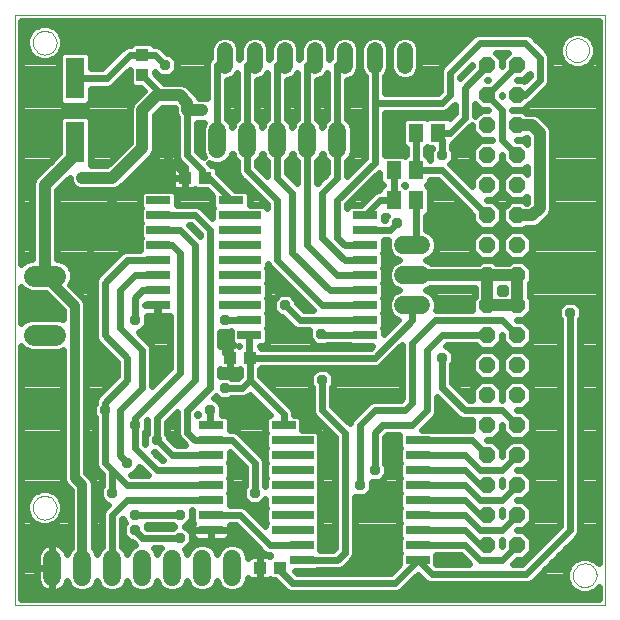
<source format=gtl>
G75*
%MOIN*%
%OFA0B0*%
%FSLAX24Y24*%
%IPPOS*%
%LPD*%
%AMOC8*
5,1,8,0,0,1.08239X$1,22.5*
%
%ADD10C,0.0000*%
%ADD11C,0.0705*%
%ADD12R,0.0630X0.1378*%
%ADD13R,0.0394X0.0433*%
%ADD14R,0.0800X0.0260*%
%ADD15R,0.0433X0.0394*%
%ADD16OC8,0.0560*%
%ADD17C,0.0600*%
%ADD18R,0.0512X0.0591*%
%ADD19C,0.0520*%
%ADD20C,0.0240*%
%ADD21C,0.0400*%
%ADD22C,0.0320*%
%ADD23OC8,0.0356*%
D10*
X001100Y000333D02*
X001100Y020018D01*
X020785Y020018D01*
X020785Y000333D01*
X001100Y000333D01*
X001706Y003583D02*
X001708Y003622D01*
X001714Y003661D01*
X001724Y003699D01*
X001737Y003736D01*
X001754Y003771D01*
X001774Y003805D01*
X001798Y003836D01*
X001825Y003865D01*
X001854Y003891D01*
X001886Y003914D01*
X001920Y003934D01*
X001956Y003950D01*
X001993Y003962D01*
X002032Y003971D01*
X002071Y003976D01*
X002110Y003977D01*
X002149Y003974D01*
X002188Y003967D01*
X002225Y003956D01*
X002262Y003942D01*
X002297Y003924D01*
X002330Y003903D01*
X002361Y003878D01*
X002389Y003851D01*
X002414Y003821D01*
X002436Y003788D01*
X002455Y003754D01*
X002470Y003718D01*
X002482Y003680D01*
X002490Y003642D01*
X002494Y003603D01*
X002494Y003563D01*
X002490Y003524D01*
X002482Y003486D01*
X002470Y003448D01*
X002455Y003412D01*
X002436Y003378D01*
X002414Y003345D01*
X002389Y003315D01*
X002361Y003288D01*
X002330Y003263D01*
X002297Y003242D01*
X002262Y003224D01*
X002225Y003210D01*
X002188Y003199D01*
X002149Y003192D01*
X002110Y003189D01*
X002071Y003190D01*
X002032Y003195D01*
X001993Y003204D01*
X001956Y003216D01*
X001920Y003232D01*
X001886Y003252D01*
X001854Y003275D01*
X001825Y003301D01*
X001798Y003330D01*
X001774Y003361D01*
X001754Y003395D01*
X001737Y003430D01*
X001724Y003467D01*
X001714Y003505D01*
X001708Y003544D01*
X001706Y003583D01*
X001706Y019083D02*
X001708Y019122D01*
X001714Y019161D01*
X001724Y019199D01*
X001737Y019236D01*
X001754Y019271D01*
X001774Y019305D01*
X001798Y019336D01*
X001825Y019365D01*
X001854Y019391D01*
X001886Y019414D01*
X001920Y019434D01*
X001956Y019450D01*
X001993Y019462D01*
X002032Y019471D01*
X002071Y019476D01*
X002110Y019477D01*
X002149Y019474D01*
X002188Y019467D01*
X002225Y019456D01*
X002262Y019442D01*
X002297Y019424D01*
X002330Y019403D01*
X002361Y019378D01*
X002389Y019351D01*
X002414Y019321D01*
X002436Y019288D01*
X002455Y019254D01*
X002470Y019218D01*
X002482Y019180D01*
X002490Y019142D01*
X002494Y019103D01*
X002494Y019063D01*
X002490Y019024D01*
X002482Y018986D01*
X002470Y018948D01*
X002455Y018912D01*
X002436Y018878D01*
X002414Y018845D01*
X002389Y018815D01*
X002361Y018788D01*
X002330Y018763D01*
X002297Y018742D01*
X002262Y018724D01*
X002225Y018710D01*
X002188Y018699D01*
X002149Y018692D01*
X002110Y018689D01*
X002071Y018690D01*
X002032Y018695D01*
X001993Y018704D01*
X001956Y018716D01*
X001920Y018732D01*
X001886Y018752D01*
X001854Y018775D01*
X001825Y018801D01*
X001798Y018830D01*
X001774Y018861D01*
X001754Y018895D01*
X001737Y018930D01*
X001724Y018967D01*
X001714Y019005D01*
X001708Y019044D01*
X001706Y019083D01*
X019456Y018833D02*
X019458Y018872D01*
X019464Y018911D01*
X019474Y018949D01*
X019487Y018986D01*
X019504Y019021D01*
X019524Y019055D01*
X019548Y019086D01*
X019575Y019115D01*
X019604Y019141D01*
X019636Y019164D01*
X019670Y019184D01*
X019706Y019200D01*
X019743Y019212D01*
X019782Y019221D01*
X019821Y019226D01*
X019860Y019227D01*
X019899Y019224D01*
X019938Y019217D01*
X019975Y019206D01*
X020012Y019192D01*
X020047Y019174D01*
X020080Y019153D01*
X020111Y019128D01*
X020139Y019101D01*
X020164Y019071D01*
X020186Y019038D01*
X020205Y019004D01*
X020220Y018968D01*
X020232Y018930D01*
X020240Y018892D01*
X020244Y018853D01*
X020244Y018813D01*
X020240Y018774D01*
X020232Y018736D01*
X020220Y018698D01*
X020205Y018662D01*
X020186Y018628D01*
X020164Y018595D01*
X020139Y018565D01*
X020111Y018538D01*
X020080Y018513D01*
X020047Y018492D01*
X020012Y018474D01*
X019975Y018460D01*
X019938Y018449D01*
X019899Y018442D01*
X019860Y018439D01*
X019821Y018440D01*
X019782Y018445D01*
X019743Y018454D01*
X019706Y018466D01*
X019670Y018482D01*
X019636Y018502D01*
X019604Y018525D01*
X019575Y018551D01*
X019548Y018580D01*
X019524Y018611D01*
X019504Y018645D01*
X019487Y018680D01*
X019474Y018717D01*
X019464Y018755D01*
X019458Y018794D01*
X019456Y018833D01*
X019706Y001333D02*
X019708Y001372D01*
X019714Y001411D01*
X019724Y001449D01*
X019737Y001486D01*
X019754Y001521D01*
X019774Y001555D01*
X019798Y001586D01*
X019825Y001615D01*
X019854Y001641D01*
X019886Y001664D01*
X019920Y001684D01*
X019956Y001700D01*
X019993Y001712D01*
X020032Y001721D01*
X020071Y001726D01*
X020110Y001727D01*
X020149Y001724D01*
X020188Y001717D01*
X020225Y001706D01*
X020262Y001692D01*
X020297Y001674D01*
X020330Y001653D01*
X020361Y001628D01*
X020389Y001601D01*
X020414Y001571D01*
X020436Y001538D01*
X020455Y001504D01*
X020470Y001468D01*
X020482Y001430D01*
X020490Y001392D01*
X020494Y001353D01*
X020494Y001313D01*
X020490Y001274D01*
X020482Y001236D01*
X020470Y001198D01*
X020455Y001162D01*
X020436Y001128D01*
X020414Y001095D01*
X020389Y001065D01*
X020361Y001038D01*
X020330Y001013D01*
X020297Y000992D01*
X020262Y000974D01*
X020225Y000960D01*
X020188Y000949D01*
X020149Y000942D01*
X020110Y000939D01*
X020071Y000940D01*
X020032Y000945D01*
X019993Y000954D01*
X019956Y000966D01*
X019920Y000982D01*
X019886Y001002D01*
X019854Y001025D01*
X019825Y001051D01*
X019798Y001080D01*
X019774Y001111D01*
X019754Y001145D01*
X019737Y001180D01*
X019724Y001217D01*
X019714Y001255D01*
X019708Y001294D01*
X019706Y001333D01*
D11*
X002453Y009349D02*
X001748Y009349D01*
X001748Y011318D02*
X002453Y011318D01*
D12*
X003100Y015770D03*
X003100Y017896D03*
D13*
X005350Y017999D03*
X005350Y018668D03*
D14*
X005890Y013833D03*
X005890Y013333D03*
X005890Y012833D03*
X005890Y012333D03*
X005890Y011833D03*
X005890Y011333D03*
X005890Y010833D03*
X005890Y010333D03*
X008310Y010333D03*
X008310Y010833D03*
X008310Y011333D03*
X008310Y011833D03*
X008310Y012333D03*
X008310Y012833D03*
X008310Y013333D03*
X008310Y013833D03*
X008920Y013333D03*
X008920Y012833D03*
X008920Y012333D03*
X008920Y011833D03*
X008920Y011333D03*
X008920Y010833D03*
X008920Y010333D03*
X008920Y009833D03*
X008920Y009333D03*
X010060Y006333D03*
X010060Y005833D03*
X010060Y005333D03*
X010060Y004833D03*
X010060Y004333D03*
X010060Y003833D03*
X010060Y003333D03*
X010060Y002833D03*
X010670Y002833D03*
X010670Y002333D03*
X010670Y001833D03*
X010670Y003333D03*
X010670Y003833D03*
X010670Y004333D03*
X010670Y004833D03*
X010670Y005333D03*
X010670Y005833D03*
X007640Y005833D03*
X007640Y005333D03*
X007640Y004833D03*
X007640Y004333D03*
X007640Y003833D03*
X007640Y003333D03*
X007640Y002833D03*
X007640Y006333D03*
X012780Y009333D03*
X012780Y009833D03*
X012780Y010333D03*
X012780Y010833D03*
X012780Y011333D03*
X012780Y011833D03*
X012780Y012333D03*
X012780Y012833D03*
X012780Y013333D03*
X014530Y005833D03*
X014530Y005333D03*
X014530Y004833D03*
X014530Y004333D03*
X014530Y003833D03*
X014530Y003333D03*
X014530Y002833D03*
X014530Y002333D03*
X014530Y001833D03*
D15*
X009935Y001583D03*
X009265Y001583D03*
X008935Y008583D03*
X008265Y008583D03*
X007435Y014583D03*
X006765Y014583D03*
D16*
X016850Y014333D03*
X016850Y015333D03*
X017850Y015333D03*
X017850Y014333D03*
X017850Y013333D03*
X017850Y012333D03*
X017850Y011333D03*
X017850Y010333D03*
X017850Y009333D03*
X017850Y008333D03*
X017850Y007333D03*
X017850Y006333D03*
X017850Y005333D03*
X017850Y004333D03*
X017850Y003333D03*
X017850Y002333D03*
X016850Y002333D03*
X016850Y003333D03*
X016850Y004333D03*
X016850Y005333D03*
X016850Y006333D03*
X016850Y007333D03*
X016850Y008333D03*
X016850Y009333D03*
X016850Y010333D03*
X016850Y011333D03*
X016850Y012333D03*
X016850Y013333D03*
X016850Y016333D03*
X017850Y016333D03*
X017850Y017333D03*
X016850Y017333D03*
X016850Y018333D03*
X017850Y018333D03*
D17*
X011850Y016133D02*
X011850Y015533D01*
X010850Y015533D02*
X010850Y016133D01*
X009850Y016133D02*
X009850Y015533D01*
X008850Y015533D02*
X008850Y016133D01*
X007850Y016133D02*
X007850Y015533D01*
X014050Y012333D02*
X014650Y012333D01*
X014650Y011333D02*
X014050Y011333D01*
X014050Y010333D02*
X014650Y010333D01*
X008350Y001883D02*
X008350Y001283D01*
X007350Y001283D02*
X007350Y001883D01*
X006350Y001883D02*
X006350Y001283D01*
X005350Y001283D02*
X005350Y001883D01*
X004350Y001883D02*
X004350Y001283D01*
X003350Y001283D02*
X003350Y001883D01*
X002350Y001883D02*
X002350Y001283D01*
D18*
X013726Y013833D03*
X014474Y013833D03*
X014474Y014833D03*
X013726Y014833D03*
X014476Y016083D03*
X015224Y016083D03*
D19*
X014100Y018323D02*
X014100Y018843D01*
X013100Y018843D02*
X013100Y018323D01*
X012100Y018323D02*
X012100Y018843D01*
X011100Y018843D02*
X011100Y018323D01*
X010100Y018323D02*
X010100Y018843D01*
X009100Y018843D02*
X009100Y018323D01*
X008100Y018323D02*
X008100Y018843D01*
D20*
X008100Y018583D02*
X007850Y018333D01*
X007850Y015833D01*
X008350Y015382D02*
X008409Y015239D01*
X008510Y015138D01*
X008510Y014766D01*
X008562Y014641D01*
X008657Y014545D01*
X009510Y013693D01*
X009510Y013584D01*
X009411Y013683D01*
X008930Y013683D01*
X008930Y014054D01*
X008801Y014183D01*
X008441Y014183D01*
X007871Y014753D01*
X007871Y014871D01*
X007742Y015000D01*
X007649Y015000D01*
X007638Y015026D01*
X007583Y015081D01*
X007747Y015013D01*
X007954Y015013D01*
X008145Y015092D01*
X008291Y015239D01*
X008350Y015382D01*
X008341Y015359D02*
X008360Y015359D01*
X008510Y015120D02*
X008172Y015120D01*
X007861Y014882D02*
X008510Y014882D01*
X008561Y014643D02*
X007981Y014643D01*
X008219Y014405D02*
X008798Y014405D01*
X008818Y014166D02*
X009036Y014166D01*
X008930Y013928D02*
X009275Y013928D01*
X009510Y013689D02*
X008930Y013689D01*
X008920Y013333D02*
X008310Y013333D01*
X008310Y013833D02*
X007560Y014583D01*
X007435Y014583D01*
X007350Y014668D01*
X007350Y014833D01*
X006850Y015333D01*
X006850Y016833D01*
X006430Y016790D02*
X005901Y016790D01*
X006024Y016913D02*
X006426Y016913D01*
X006430Y016909D01*
X006430Y016750D01*
X006494Y016595D01*
X006510Y016579D01*
X006510Y015266D01*
X006562Y015141D01*
X006657Y015045D01*
X006657Y015045D01*
X006702Y015000D01*
X006520Y015000D01*
X006464Y014985D01*
X006414Y014956D01*
X006373Y014915D01*
X006344Y014865D01*
X006329Y014809D01*
X006329Y014583D01*
X006329Y014358D01*
X006344Y014302D01*
X006373Y014251D01*
X006414Y014210D01*
X006464Y014181D01*
X006520Y014166D01*
X006765Y014166D01*
X006765Y014583D01*
X006329Y014583D01*
X006765Y014583D01*
X006765Y014583D01*
X006765Y014583D01*
X006765Y014166D01*
X007011Y014166D01*
X007067Y014181D01*
X007096Y014198D01*
X007127Y014166D01*
X007496Y014166D01*
X006398Y014166D01*
X006381Y014183D02*
X005399Y014183D01*
X005270Y014054D01*
X005270Y013612D01*
X005299Y013583D01*
X005270Y013554D01*
X005270Y013112D01*
X005299Y013083D01*
X005270Y013054D01*
X005270Y012612D01*
X005299Y012583D01*
X005270Y012554D01*
X005270Y012173D01*
X004782Y012173D01*
X004657Y012122D01*
X003907Y011372D01*
X003812Y011276D01*
X003760Y011151D01*
X003760Y009266D01*
X003812Y009141D01*
X004510Y008443D01*
X004510Y007974D01*
X003907Y007372D01*
X003812Y007276D01*
X003760Y007151D01*
X003760Y007056D01*
X003702Y006998D01*
X003702Y006668D01*
X003760Y006610D01*
X003760Y005016D01*
X003812Y004891D01*
X004010Y004693D01*
X004010Y004306D01*
X003952Y004248D01*
X003952Y003918D01*
X004185Y003685D01*
X004221Y003685D01*
X004157Y003622D01*
X004062Y003526D01*
X004010Y003401D01*
X004010Y002279D01*
X003909Y002178D01*
X003850Y002035D01*
X003791Y002178D01*
X003730Y002239D01*
X003730Y004409D01*
X003672Y004549D01*
X003480Y004741D01*
X003480Y010393D01*
X003422Y010533D01*
X002945Y011010D01*
X003025Y011204D01*
X003025Y011431D01*
X002938Y011642D01*
X002777Y011803D01*
X002566Y011890D01*
X002520Y011890D01*
X002520Y014159D01*
X002930Y014569D01*
X002930Y014500D01*
X002952Y014447D01*
X002952Y014418D01*
X002972Y014398D01*
X002994Y014345D01*
X003112Y014227D01*
X003165Y014205D01*
X003185Y014185D01*
X003214Y014185D01*
X003267Y014163D01*
X004434Y014163D01*
X004588Y014227D01*
X004706Y014345D01*
X005706Y015345D01*
X005770Y015500D01*
X005770Y016659D01*
X006024Y016913D01*
X006015Y017333D02*
X006100Y017333D01*
X006015Y017333D02*
X005350Y017999D01*
X004933Y017982D02*
X004730Y017982D01*
X004933Y018186D02*
X004933Y017691D01*
X005062Y017562D01*
X005306Y017562D01*
X005395Y017473D01*
X005112Y017189D01*
X004994Y017071D01*
X004930Y016917D01*
X004930Y015757D01*
X004176Y015003D01*
X003635Y015003D01*
X003635Y016550D01*
X003506Y016679D01*
X002694Y016679D01*
X002565Y016550D01*
X002565Y015392D01*
X001744Y014571D01*
X001680Y014417D01*
X001680Y011890D01*
X001634Y011890D01*
X001423Y011803D01*
X001320Y011700D01*
X001320Y019798D01*
X020565Y019798D01*
X020565Y001736D01*
X020448Y001854D01*
X020222Y001947D01*
X019978Y001947D01*
X019752Y001854D01*
X019580Y001681D01*
X019486Y001455D01*
X019486Y001211D01*
X019580Y000986D01*
X019752Y000813D01*
X019978Y000720D01*
X020222Y000720D01*
X020448Y000813D01*
X020565Y000930D01*
X020565Y000553D01*
X001320Y000553D01*
X001320Y008967D01*
X001423Y008864D01*
X001634Y008777D01*
X002566Y008777D01*
X002720Y008840D01*
X002720Y004508D01*
X002778Y004368D01*
X002885Y004261D01*
X002970Y004176D01*
X002970Y002239D01*
X002909Y002178D01*
X002849Y002032D01*
X002832Y002083D01*
X002795Y002156D01*
X002747Y002222D01*
X002689Y002280D01*
X002623Y002328D01*
X002550Y002365D01*
X002472Y002391D01*
X002391Y002403D01*
X002350Y002403D01*
X002309Y002403D01*
X002228Y002391D01*
X002150Y002365D01*
X002078Y002328D01*
X002011Y002280D01*
X001953Y002222D01*
X001905Y002156D01*
X001868Y002083D01*
X001843Y002005D01*
X001830Y001924D01*
X001830Y001583D01*
X001830Y001242D01*
X001843Y001162D01*
X001868Y001084D01*
X001905Y001011D01*
X001953Y000945D01*
X002011Y000887D01*
X002078Y000839D01*
X002150Y000801D01*
X002228Y000776D01*
X002309Y000763D01*
X002350Y000763D01*
X002350Y001583D01*
X002350Y001583D01*
X002350Y000763D01*
X002391Y000763D01*
X002472Y000776D01*
X002550Y000801D01*
X002623Y000839D01*
X002689Y000887D01*
X002747Y000945D01*
X002795Y001011D01*
X002832Y001084D01*
X002849Y001135D01*
X002909Y000989D01*
X003056Y000842D01*
X003247Y000763D01*
X003454Y000763D01*
X003645Y000842D01*
X003791Y000989D01*
X003850Y001132D01*
X003909Y000989D01*
X004056Y000842D01*
X004247Y000763D01*
X004454Y000763D01*
X004645Y000842D01*
X004791Y000989D01*
X004850Y001132D01*
X004909Y000989D01*
X005056Y000842D01*
X005247Y000763D01*
X005454Y000763D01*
X005645Y000842D01*
X005791Y000989D01*
X005850Y001132D01*
X005909Y000989D01*
X006056Y000842D01*
X006247Y000763D01*
X006454Y000763D01*
X006645Y000842D01*
X006791Y000989D01*
X006850Y001132D01*
X006909Y000989D01*
X007056Y000842D01*
X007247Y000763D01*
X007454Y000763D01*
X007645Y000842D01*
X007791Y000989D01*
X007850Y001132D01*
X007909Y000989D01*
X008056Y000842D01*
X008247Y000763D01*
X008454Y000763D01*
X008645Y000842D01*
X008791Y000989D01*
X008870Y001180D01*
X008870Y001256D01*
X008873Y001251D01*
X008914Y001210D01*
X008964Y001181D01*
X009020Y001166D01*
X009265Y001166D01*
X009265Y001583D01*
X009265Y001583D01*
X009265Y001166D01*
X009511Y001166D01*
X009567Y001181D01*
X009596Y001198D01*
X009627Y001166D01*
X009786Y001166D01*
X010157Y000795D01*
X010282Y000743D01*
X013848Y000743D01*
X013973Y000795D01*
X014530Y001353D01*
X014802Y001080D01*
X014927Y001028D01*
X018203Y001028D01*
X018328Y001080D01*
X019793Y002545D01*
X019888Y002641D01*
X019940Y002766D01*
X019940Y009860D01*
X019998Y009918D01*
X019998Y010248D01*
X019765Y010481D01*
X019435Y010481D01*
X019202Y010248D01*
X019202Y009918D01*
X019260Y009860D01*
X019260Y002974D01*
X017994Y001708D01*
X017706Y001708D01*
X017831Y001833D01*
X018057Y001833D01*
X018350Y002126D01*
X018350Y002540D01*
X018057Y002833D01*
X017831Y002833D01*
X018057Y002833D01*
X018350Y003126D01*
X018350Y003540D01*
X018057Y003833D01*
X017831Y003833D01*
X018057Y003833D01*
X018350Y004126D01*
X018350Y004540D01*
X018057Y004833D01*
X017831Y004833D01*
X018057Y004833D01*
X018350Y005126D01*
X018350Y005540D01*
X018057Y005833D01*
X017643Y005833D01*
X017350Y005540D01*
X017057Y005833D01*
X016831Y005833D01*
X016831Y005833D01*
X017057Y005833D01*
X017350Y006126D01*
X017643Y005833D01*
X018057Y005833D01*
X018350Y006126D01*
X018350Y006540D01*
X018057Y006833D01*
X017831Y006833D01*
X017831Y006833D01*
X018057Y006833D01*
X018350Y007126D01*
X018350Y007540D01*
X018057Y007833D01*
X017643Y007833D01*
X017350Y007540D01*
X017057Y007833D01*
X016643Y007833D01*
X016350Y007540D01*
X016350Y007173D01*
X016241Y007173D01*
X015690Y007724D01*
X015690Y008360D01*
X015748Y008418D01*
X015748Y008748D01*
X015515Y008981D01*
X015479Y008981D01*
X015491Y008993D01*
X016483Y008993D01*
X016643Y008833D01*
X016350Y008540D01*
X016350Y008126D01*
X016643Y007833D01*
X017057Y007833D01*
X017350Y008126D01*
X017350Y008540D01*
X017057Y008833D01*
X016643Y008833D01*
X017057Y008833D01*
X017350Y009126D01*
X017643Y008833D01*
X017350Y008540D01*
X017350Y008126D01*
X017643Y007833D01*
X018057Y007833D01*
X018350Y008126D01*
X018350Y008540D01*
X018057Y008833D01*
X017643Y008833D01*
X018057Y008833D01*
X018350Y009126D01*
X018350Y009540D01*
X018057Y009833D01*
X017831Y009833D01*
X017831Y009833D01*
X018057Y009833D01*
X018350Y010126D01*
X018350Y010540D01*
X018270Y010620D01*
X018270Y011046D01*
X018350Y011126D01*
X018350Y011540D01*
X018057Y011833D01*
X017643Y011833D01*
X017563Y011753D01*
X017137Y011753D01*
X017057Y011833D01*
X016643Y011833D01*
X016563Y011753D01*
X014965Y011753D01*
X014945Y011774D01*
X014802Y011833D01*
X014945Y011892D01*
X015091Y012039D01*
X015170Y012230D01*
X015170Y012437D01*
X015091Y012628D01*
X014945Y012774D01*
X014814Y012828D01*
X014814Y013318D01*
X014821Y013318D01*
X014950Y013447D01*
X014950Y014220D01*
X014836Y014333D01*
X014950Y014447D01*
X014950Y014493D01*
X015209Y014493D01*
X016350Y013353D01*
X016350Y013126D01*
X016643Y012833D01*
X016350Y012540D01*
X016350Y012126D01*
X016643Y011833D01*
X017057Y011833D01*
X017350Y012126D01*
X017350Y012540D01*
X017057Y012833D01*
X016643Y012833D01*
X017057Y012833D01*
X017350Y013126D01*
X017643Y012833D01*
X017350Y012540D01*
X017350Y012126D01*
X017643Y011833D01*
X018057Y011833D01*
X018350Y012126D01*
X018350Y012540D01*
X018057Y012833D01*
X017643Y012833D01*
X018057Y012833D01*
X018137Y012913D01*
X018434Y012913D01*
X018588Y012977D01*
X018706Y013095D01*
X018956Y013345D01*
X019020Y013500D01*
X019020Y016167D01*
X018956Y016321D01*
X018838Y016439D01*
X018588Y016689D01*
X018434Y016753D01*
X018137Y016753D01*
X018057Y016833D01*
X017690Y016833D01*
X017690Y016833D01*
X018057Y016833D01*
X018252Y017028D01*
X018293Y017045D01*
X018388Y017141D01*
X018888Y017641D01*
X018940Y017766D01*
X018940Y018651D01*
X018888Y018776D01*
X018793Y018872D01*
X018293Y019372D01*
X018168Y019423D01*
X016532Y019423D01*
X016407Y019372D01*
X016312Y019276D01*
X015407Y018372D01*
X015312Y018276D01*
X015260Y018151D01*
X015260Y017474D01*
X015209Y017423D01*
X013440Y017423D01*
X013440Y017985D01*
X013507Y018051D01*
X013580Y018228D01*
X013580Y018939D01*
X013507Y019115D01*
X013372Y019250D01*
X013196Y019323D01*
X013005Y019323D01*
X012828Y019250D01*
X012693Y019115D01*
X012620Y018939D01*
X012620Y018228D01*
X012693Y018051D01*
X012760Y017985D01*
X012760Y015224D01*
X012190Y014654D01*
X012190Y015138D01*
X012291Y015239D01*
X012370Y015430D01*
X012370Y016237D01*
X012291Y016428D01*
X012190Y016529D01*
X012190Y017843D01*
X012196Y017843D01*
X012372Y017916D01*
X012507Y018051D01*
X012580Y018228D01*
X012580Y018939D01*
X012507Y019115D01*
X012372Y019250D01*
X012196Y019323D01*
X012005Y019323D01*
X011828Y019250D01*
X011693Y019115D01*
X011620Y018939D01*
X011620Y018584D01*
X011580Y018544D01*
X011580Y018939D01*
X011507Y019115D01*
X011372Y019250D01*
X011196Y019323D01*
X011005Y019323D01*
X010828Y019250D01*
X010693Y019115D01*
X010620Y018939D01*
X010620Y018584D01*
X010580Y018544D01*
X010580Y018939D01*
X010507Y019115D01*
X010372Y019250D01*
X010196Y019323D01*
X010005Y019323D01*
X009828Y019250D01*
X009693Y019115D01*
X009620Y018939D01*
X009620Y018584D01*
X009580Y018544D01*
X009580Y018939D01*
X009507Y019115D01*
X009372Y019250D01*
X009196Y019323D01*
X009005Y019323D01*
X008828Y019250D01*
X008693Y019115D01*
X008620Y018939D01*
X008620Y018584D01*
X008580Y018544D01*
X008580Y018939D01*
X008507Y019115D01*
X008372Y019250D01*
X008196Y019323D01*
X008005Y019323D01*
X007828Y019250D01*
X007693Y019115D01*
X007620Y018939D01*
X007620Y018584D01*
X007562Y018526D01*
X007510Y018401D01*
X007510Y017231D01*
X007486Y017231D01*
X007434Y017253D01*
X007234Y017253D01*
X007206Y017321D01*
X006956Y017571D01*
X006838Y017689D01*
X006684Y017753D01*
X006076Y017753D01*
X005767Y018063D01*
X005767Y018103D01*
X005935Y017935D01*
X006265Y017935D01*
X006498Y018168D01*
X006498Y018498D01*
X006265Y018731D01*
X006183Y018731D01*
X005958Y018956D01*
X005833Y019008D01*
X005735Y019008D01*
X005638Y019105D01*
X005062Y019105D01*
X004966Y019008D01*
X004867Y019008D01*
X004742Y018956D01*
X004646Y018861D01*
X004022Y018236D01*
X003635Y018236D01*
X003635Y018676D01*
X003506Y018805D01*
X002694Y018805D01*
X002565Y018676D01*
X002565Y017116D01*
X002694Y016987D01*
X003506Y016987D01*
X003635Y017116D01*
X003635Y017556D01*
X004231Y017556D01*
X004356Y017608D01*
X004933Y018186D01*
X004933Y017744D02*
X004491Y017744D01*
X004163Y017896D02*
X004935Y018668D01*
X005350Y018668D01*
X005765Y018668D01*
X006100Y018333D01*
X005888Y017982D02*
X005847Y017982D01*
X006312Y017982D02*
X007510Y017982D01*
X007510Y017744D02*
X006707Y017744D01*
X007022Y017505D02*
X007510Y017505D01*
X007510Y017267D02*
X007229Y017267D01*
X007190Y016413D02*
X007403Y016413D01*
X007330Y016237D01*
X007330Y015430D01*
X007398Y015266D01*
X007190Y015474D01*
X007190Y016413D01*
X007190Y016313D02*
X007362Y016313D01*
X007330Y016074D02*
X007190Y016074D01*
X007190Y015836D02*
X007330Y015836D01*
X007330Y015597D02*
X007190Y015597D01*
X007305Y015359D02*
X007360Y015359D01*
X006765Y014937D02*
X006765Y014583D01*
X006765Y014168D01*
X006850Y014083D01*
X006765Y014405D02*
X006765Y014405D01*
X006765Y014583D02*
X006765Y014668D01*
X005975Y015458D01*
X003600Y013083D01*
X003600Y009083D01*
X004100Y008583D01*
X004272Y008681D02*
X003480Y008681D01*
X003480Y008919D02*
X004033Y008919D01*
X003805Y009158D02*
X003480Y009158D01*
X003480Y009396D02*
X003760Y009396D01*
X003760Y009635D02*
X003480Y009635D01*
X003480Y009873D02*
X003760Y009873D01*
X003760Y010112D02*
X003480Y010112D01*
X003480Y010350D02*
X003760Y010350D01*
X003760Y010589D02*
X003366Y010589D01*
X003128Y010827D02*
X003760Y010827D01*
X003760Y011066D02*
X002968Y011066D01*
X003025Y011304D02*
X003840Y011304D01*
X004079Y011543D02*
X002979Y011543D01*
X002798Y011781D02*
X004317Y011781D01*
X004556Y012020D02*
X002520Y012020D01*
X002520Y012258D02*
X005270Y012258D01*
X005270Y012497D02*
X002520Y012497D01*
X002520Y012735D02*
X005270Y012735D01*
X005270Y012974D02*
X002520Y012974D01*
X002520Y013212D02*
X005270Y013212D01*
X005270Y013451D02*
X002520Y013451D01*
X002520Y013689D02*
X005270Y013689D01*
X005270Y013928D02*
X002520Y013928D01*
X002527Y014166D02*
X003259Y014166D01*
X002966Y014405D02*
X002766Y014405D01*
X002293Y015120D02*
X001320Y015120D01*
X001320Y014882D02*
X002055Y014882D01*
X001816Y014643D02*
X001320Y014643D01*
X001320Y014405D02*
X001680Y014405D01*
X001680Y014166D02*
X001320Y014166D01*
X001320Y013928D02*
X001680Y013928D01*
X001680Y013689D02*
X001320Y013689D01*
X001320Y013451D02*
X001680Y013451D01*
X001680Y013212D02*
X001320Y013212D01*
X001320Y012974D02*
X001680Y012974D01*
X001680Y012735D02*
X001320Y012735D01*
X001320Y012497D02*
X001680Y012497D01*
X001680Y012258D02*
X001320Y012258D01*
X001320Y012020D02*
X001680Y012020D01*
X001402Y011781D02*
X001320Y011781D01*
X001320Y010935D02*
X001423Y010832D01*
X001634Y010745D01*
X002135Y010745D01*
X002720Y010160D01*
X002720Y009858D01*
X002566Y009922D01*
X001634Y009922D01*
X001423Y009834D01*
X001320Y009731D01*
X001320Y010935D01*
X001320Y010827D02*
X001435Y010827D01*
X001320Y010589D02*
X002291Y010589D01*
X002530Y010350D02*
X001320Y010350D01*
X001320Y010112D02*
X002720Y010112D01*
X002720Y009873D02*
X002683Y009873D01*
X001517Y009873D02*
X001320Y009873D01*
X001320Y008919D02*
X001368Y008919D01*
X001320Y008681D02*
X002720Y008681D01*
X002720Y008442D02*
X001320Y008442D01*
X001320Y008204D02*
X002720Y008204D01*
X002720Y007965D02*
X001320Y007965D01*
X001320Y007727D02*
X002720Y007727D01*
X002720Y007488D02*
X001320Y007488D01*
X001320Y007250D02*
X002720Y007250D01*
X002720Y007011D02*
X001320Y007011D01*
X001320Y006773D02*
X002720Y006773D01*
X002720Y006534D02*
X001320Y006534D01*
X001320Y006296D02*
X002720Y006296D01*
X002720Y006057D02*
X001320Y006057D01*
X001320Y005819D02*
X002720Y005819D01*
X002720Y005580D02*
X001320Y005580D01*
X001320Y005342D02*
X002720Y005342D01*
X002720Y005103D02*
X001320Y005103D01*
X001320Y004865D02*
X002720Y004865D01*
X002720Y004626D02*
X001320Y004626D01*
X001320Y004388D02*
X002770Y004388D01*
X002885Y004261D02*
X002885Y004261D01*
X002970Y004149D02*
X002337Y004149D01*
X002448Y004104D02*
X002222Y004197D01*
X001978Y004197D01*
X001752Y004104D01*
X001580Y003931D01*
X001486Y003705D01*
X001486Y003461D01*
X001580Y003236D01*
X001752Y003063D01*
X001978Y002970D01*
X002222Y002970D01*
X002448Y003063D01*
X002620Y003236D01*
X002714Y003461D01*
X002714Y003705D01*
X002620Y003931D01*
X002448Y004104D01*
X002629Y003911D02*
X002970Y003911D01*
X002970Y003672D02*
X002714Y003672D01*
X002702Y003434D02*
X002970Y003434D01*
X002970Y003195D02*
X002580Y003195D01*
X002970Y002957D02*
X001320Y002957D01*
X001320Y003195D02*
X001620Y003195D01*
X001498Y003434D02*
X001320Y003434D01*
X001320Y003672D02*
X001486Y003672D01*
X001571Y003911D02*
X001320Y003911D01*
X001320Y004149D02*
X001863Y004149D01*
X001320Y002718D02*
X002970Y002718D01*
X002970Y002480D02*
X001320Y002480D01*
X001320Y002241D02*
X001973Y002241D01*
X001843Y002003D02*
X001320Y002003D01*
X001320Y001764D02*
X001830Y001764D01*
X001830Y001583D02*
X002350Y001583D01*
X001830Y001583D01*
X001830Y001526D02*
X001320Y001526D01*
X001320Y001287D02*
X001830Y001287D01*
X001886Y001049D02*
X001320Y001049D01*
X001320Y000810D02*
X002133Y000810D01*
X002350Y000810D02*
X002350Y000810D01*
X002567Y000810D02*
X003133Y000810D01*
X002884Y001049D02*
X002814Y001049D01*
X002350Y001049D02*
X002350Y001049D01*
X002350Y001287D02*
X002350Y001287D01*
X002350Y001526D02*
X002350Y001526D01*
X002350Y001583D02*
X002350Y001583D01*
X002350Y002403D01*
X002350Y001583D01*
X002350Y001583D01*
X002350Y001764D02*
X002350Y001764D01*
X002350Y002003D02*
X002350Y002003D01*
X002350Y002241D02*
X002350Y002241D01*
X002727Y002241D02*
X002970Y002241D01*
X003730Y002241D02*
X003973Y002241D01*
X004010Y002480D02*
X003730Y002480D01*
X003730Y002718D02*
X004010Y002718D01*
X004010Y002957D02*
X003730Y002957D01*
X003730Y003195D02*
X004010Y003195D01*
X004024Y003434D02*
X003730Y003434D01*
X003730Y003672D02*
X004208Y003672D01*
X004157Y003622D02*
X004157Y003622D01*
X004350Y003333D02*
X004350Y001583D01*
X003884Y001049D02*
X003816Y001049D01*
X003567Y000810D02*
X004133Y000810D01*
X004567Y000810D02*
X005133Y000810D01*
X004884Y001049D02*
X004816Y001049D01*
X005567Y000810D02*
X006133Y000810D01*
X005884Y001049D02*
X005816Y001049D01*
X006567Y000810D02*
X007133Y000810D01*
X006884Y001049D02*
X006816Y001049D01*
X007567Y000810D02*
X008133Y000810D01*
X007884Y001049D02*
X007816Y001049D01*
X008567Y000810D02*
X010142Y000810D01*
X009904Y001049D02*
X008816Y001049D01*
X009265Y001287D02*
X009265Y001287D01*
X009265Y001526D02*
X009265Y001526D01*
X009265Y001583D02*
X009265Y001918D01*
X008350Y002833D01*
X007640Y002833D01*
X007640Y002833D01*
X007640Y002483D01*
X007211Y002483D01*
X007155Y002498D01*
X007105Y002527D01*
X007064Y002568D01*
X007035Y002618D01*
X007020Y002674D01*
X007020Y002833D01*
X007640Y002833D01*
X007640Y002483D01*
X008069Y002483D01*
X008125Y002498D01*
X008175Y002527D01*
X008216Y002568D01*
X008245Y002618D01*
X008260Y002674D01*
X008260Y002833D01*
X007640Y002833D01*
X007640Y002833D01*
X007640Y002833D01*
X007020Y002833D01*
X007020Y002992D01*
X007035Y003048D01*
X007053Y003079D01*
X007020Y003112D01*
X007020Y003493D01*
X006998Y003493D01*
X006998Y003168D01*
X006788Y002958D01*
X006998Y002748D01*
X006998Y002418D01*
X006774Y002195D01*
X006791Y002178D01*
X006850Y002035D01*
X006909Y002178D01*
X007056Y002324D01*
X007247Y002403D01*
X007454Y002403D01*
X007645Y002324D01*
X007791Y002178D01*
X007850Y002035D01*
X007909Y002178D01*
X008056Y002324D01*
X008247Y002403D01*
X008454Y002403D01*
X008645Y002324D01*
X008791Y002178D01*
X008870Y001987D01*
X008870Y001910D01*
X008873Y001915D01*
X008914Y001956D01*
X008964Y001985D01*
X009020Y002000D01*
X009265Y002000D01*
X009265Y001583D01*
X009265Y001583D01*
X009265Y002000D01*
X009511Y002000D01*
X009525Y001996D01*
X009407Y002045D01*
X009312Y002141D01*
X008459Y002993D01*
X008260Y002993D01*
X008260Y002992D01*
X008260Y002833D01*
X007640Y002833D01*
X007640Y002718D02*
X007640Y002718D01*
X007727Y002241D02*
X007973Y002241D01*
X008260Y002718D02*
X008734Y002718D01*
X008973Y002480D02*
X006998Y002480D01*
X006998Y002718D02*
X007020Y002718D01*
X007020Y002957D02*
X006790Y002957D01*
X006998Y003195D02*
X007020Y003195D01*
X007020Y003434D02*
X006998Y003434D01*
X006600Y003333D02*
X005100Y003333D01*
X004787Y003083D02*
X004702Y002998D01*
X004702Y002668D01*
X004935Y002435D01*
X005017Y002435D01*
X005062Y002391D01*
X005107Y002346D01*
X005056Y002324D01*
X004909Y002178D01*
X004850Y002035D01*
X004791Y002178D01*
X004690Y002279D01*
X004690Y003193D01*
X004702Y003204D01*
X004702Y003168D01*
X004787Y003083D01*
X004702Y003195D02*
X004693Y003195D01*
X004690Y002957D02*
X004702Y002957D01*
X004690Y002718D02*
X004702Y002718D01*
X004690Y002480D02*
X004891Y002480D01*
X005100Y002833D02*
X005350Y002583D01*
X006600Y002583D01*
X006377Y002923D02*
X006412Y002958D01*
X006377Y002993D01*
X005498Y002993D01*
X005498Y002923D01*
X006377Y002923D01*
X006411Y002957D02*
X005498Y002957D01*
X005725Y002243D02*
X005975Y002243D01*
X005909Y002178D01*
X005850Y002035D01*
X005791Y002178D01*
X005725Y002243D01*
X005727Y002241D02*
X005973Y002241D01*
X006821Y002241D02*
X006973Y002241D01*
X007640Y003333D02*
X008600Y003333D01*
X009600Y002333D01*
X010670Y002333D01*
X010670Y002833D02*
X010060Y002833D01*
X010060Y003333D02*
X010670Y003333D01*
X010670Y003833D02*
X010060Y003833D01*
X010060Y004333D02*
X010670Y004333D01*
X010670Y004833D02*
X010060Y004833D01*
X010060Y005333D02*
X010670Y005333D01*
X010670Y005833D02*
X010060Y005833D01*
X010060Y006333D02*
X010060Y006708D01*
X008935Y007833D01*
X008685Y007583D01*
X008100Y007583D01*
X008323Y007923D02*
X008265Y007981D01*
X007940Y007981D01*
X007940Y008195D01*
X007964Y008181D01*
X008020Y008166D01*
X008265Y008166D01*
X008265Y008583D01*
X008265Y008583D01*
X008265Y008166D01*
X008511Y008166D01*
X008567Y008181D01*
X008595Y008198D01*
X008595Y007974D01*
X008544Y007923D01*
X008323Y007923D01*
X008281Y007965D02*
X008586Y007965D01*
X008935Y007833D02*
X008935Y008583D01*
X013100Y008583D01*
X014350Y009833D01*
X014350Y010333D01*
X014802Y010833D02*
X014945Y010892D01*
X014965Y010913D01*
X016430Y010913D01*
X016430Y010620D01*
X016350Y010540D01*
X016350Y010173D01*
X015147Y010173D01*
X015170Y010230D01*
X015170Y010437D01*
X015091Y010628D01*
X014945Y010774D01*
X014802Y010833D01*
X014816Y010827D02*
X016430Y010827D01*
X016398Y010589D02*
X015107Y010589D01*
X015170Y010350D02*
X016350Y010350D01*
X017270Y010753D02*
X017270Y010913D01*
X017430Y010913D01*
X017430Y010753D01*
X017270Y010753D01*
X017270Y010827D02*
X017430Y010827D01*
X018270Y010827D02*
X020565Y010827D01*
X020565Y010589D02*
X018302Y010589D01*
X018350Y010350D02*
X019304Y010350D01*
X019202Y010112D02*
X018336Y010112D01*
X018097Y009873D02*
X019247Y009873D01*
X019260Y009635D02*
X018256Y009635D01*
X018350Y009396D02*
X019260Y009396D01*
X019260Y009158D02*
X018350Y009158D01*
X018143Y008919D02*
X019260Y008919D01*
X019260Y008681D02*
X018210Y008681D01*
X018350Y008442D02*
X019260Y008442D01*
X019260Y008204D02*
X018350Y008204D01*
X018189Y007965D02*
X019260Y007965D01*
X019260Y007727D02*
X018164Y007727D01*
X018350Y007488D02*
X019260Y007488D01*
X019260Y007250D02*
X018350Y007250D01*
X018235Y007011D02*
X019260Y007011D01*
X019260Y006773D02*
X018118Y006773D01*
X018350Y006534D02*
X019260Y006534D01*
X019260Y006296D02*
X018350Y006296D01*
X018281Y006057D02*
X019260Y006057D01*
X019260Y005819D02*
X018072Y005819D01*
X018310Y005580D02*
X019260Y005580D01*
X019260Y005342D02*
X018350Y005342D01*
X018327Y005103D02*
X019260Y005103D01*
X019260Y004865D02*
X018089Y004865D01*
X017831Y004833D02*
X017831Y004833D01*
X018264Y004626D02*
X019260Y004626D01*
X019260Y004388D02*
X018350Y004388D01*
X018350Y004149D02*
X019260Y004149D01*
X019260Y003911D02*
X018135Y003911D01*
X018218Y003672D02*
X019260Y003672D01*
X019260Y003434D02*
X018350Y003434D01*
X018350Y003195D02*
X019260Y003195D01*
X019243Y002957D02*
X018181Y002957D01*
X018172Y002718D02*
X019004Y002718D01*
X018766Y002480D02*
X018350Y002480D01*
X018350Y002241D02*
X018527Y002241D01*
X018289Y002003D02*
X018227Y002003D01*
X018050Y001764D02*
X017762Y001764D01*
X017350Y001833D02*
X017850Y002333D01*
X017350Y002314D02*
X017350Y002493D01*
X017350Y002493D01*
X017350Y002314D01*
X017350Y002314D01*
X017350Y002480D02*
X017350Y002480D01*
X017350Y002833D02*
X017850Y003333D01*
X017350Y003314D02*
X017350Y003493D01*
X017350Y003493D01*
X017350Y003314D01*
X017350Y003314D01*
X017350Y003434D02*
X017350Y003434D01*
X017350Y003833D02*
X017850Y004333D01*
X017350Y004314D02*
X017350Y004493D01*
X017350Y004493D01*
X017350Y004314D01*
X017350Y004314D01*
X017350Y004388D02*
X017350Y004388D01*
X017350Y004833D02*
X017850Y005333D01*
X017350Y005342D02*
X017350Y005342D01*
X017350Y005314D02*
X017350Y005314D01*
X017350Y005540D01*
X017350Y005314D01*
X017310Y005580D02*
X017390Y005580D01*
X017628Y005819D02*
X017072Y005819D01*
X017281Y006057D02*
X017419Y006057D01*
X017350Y006126D02*
X017350Y006353D01*
X017350Y006353D01*
X017350Y006126D01*
X017350Y006296D02*
X017350Y006296D01*
X017850Y006333D02*
X017350Y006833D01*
X016100Y006833D01*
X015350Y007583D01*
X015350Y008583D01*
X015577Y008919D02*
X016557Y008919D01*
X016490Y008681D02*
X015748Y008681D01*
X015748Y008442D02*
X016350Y008442D01*
X016350Y008204D02*
X015690Y008204D01*
X015690Y007965D02*
X016511Y007965D01*
X016536Y007727D02*
X015690Y007727D01*
X015926Y007488D02*
X016350Y007488D01*
X016350Y007250D02*
X016164Y007250D01*
X015680Y006773D02*
X015190Y006773D01*
X015190Y006766D02*
X015190Y007263D01*
X015812Y006641D01*
X015907Y006545D01*
X016032Y006493D01*
X016350Y006493D01*
X016350Y006173D01*
X015031Y006173D01*
X015021Y006183D01*
X014681Y006183D01*
X015138Y006641D01*
X015190Y006766D01*
X015190Y007011D02*
X015441Y007011D01*
X015203Y007250D02*
X015190Y007250D01*
X014850Y006833D02*
X014350Y006333D01*
X013350Y006333D01*
X013100Y006083D01*
X013100Y004833D01*
X013440Y005056D02*
X013440Y005943D01*
X013491Y005993D01*
X013910Y005993D01*
X013910Y005612D01*
X013939Y005583D01*
X013910Y005554D01*
X013910Y005112D01*
X013939Y005083D01*
X013910Y005054D01*
X013910Y004612D01*
X013939Y004583D01*
X013910Y004554D01*
X013910Y004112D01*
X013939Y004083D01*
X013910Y004054D01*
X013910Y003612D01*
X013939Y003583D01*
X013910Y003554D01*
X013910Y003112D01*
X013939Y003083D01*
X013910Y003054D01*
X013910Y002612D01*
X013939Y002583D01*
X013910Y002554D01*
X013910Y002112D01*
X013939Y002083D01*
X013910Y002054D01*
X013910Y001694D01*
X013639Y001423D01*
X010491Y001423D01*
X010431Y001483D01*
X011161Y001483D01*
X011171Y001493D01*
X011918Y001493D01*
X012043Y001545D01*
X012293Y001795D01*
X012388Y001891D01*
X012440Y002016D01*
X012440Y003935D01*
X012765Y003935D01*
X012998Y004168D01*
X012998Y004435D01*
X013265Y004435D01*
X013498Y004668D01*
X013498Y004998D01*
X013440Y005056D01*
X013440Y005103D02*
X013919Y005103D01*
X013910Y004865D02*
X013498Y004865D01*
X013456Y004626D02*
X013910Y004626D01*
X013910Y004388D02*
X012998Y004388D01*
X012979Y004149D02*
X013910Y004149D01*
X013910Y003911D02*
X012440Y003911D01*
X012440Y003672D02*
X013910Y003672D01*
X013910Y003434D02*
X012440Y003434D01*
X012440Y003195D02*
X013910Y003195D01*
X013910Y002957D02*
X012440Y002957D01*
X012440Y002718D02*
X013910Y002718D01*
X013910Y002480D02*
X012440Y002480D01*
X012440Y002241D02*
X013910Y002241D01*
X013910Y002003D02*
X012435Y002003D01*
X012262Y001764D02*
X013910Y001764D01*
X013742Y001526D02*
X011996Y001526D01*
X011850Y001833D02*
X012100Y002083D01*
X012100Y006083D01*
X011350Y006833D01*
X011350Y007833D01*
X011010Y007610D02*
X011010Y006766D01*
X011062Y006641D01*
X011157Y006545D01*
X011760Y005943D01*
X011760Y002224D01*
X011709Y002173D01*
X011290Y002173D01*
X011290Y002554D01*
X011261Y002583D01*
X011290Y002612D01*
X011290Y003054D01*
X011261Y003083D01*
X011290Y003112D01*
X011290Y003554D01*
X011261Y003583D01*
X011290Y003612D01*
X011290Y004054D01*
X011261Y004083D01*
X011290Y004112D01*
X011290Y004554D01*
X011261Y004583D01*
X011290Y004612D01*
X011290Y005054D01*
X011261Y005083D01*
X011290Y005112D01*
X011290Y005554D01*
X011261Y005583D01*
X011290Y005612D01*
X011290Y006054D01*
X011161Y006183D01*
X010680Y006183D01*
X010680Y006554D01*
X010551Y006683D01*
X010400Y006683D01*
X010400Y006776D01*
X010348Y006901D01*
X010253Y006996D01*
X010253Y006996D01*
X009275Y007974D01*
X009275Y008199D01*
X009319Y008243D01*
X013168Y008243D01*
X013293Y008295D01*
X013388Y008391D01*
X014010Y009013D01*
X014010Y007224D01*
X013959Y007173D01*
X013032Y007173D01*
X012907Y007122D01*
X012407Y006622D01*
X012312Y006526D01*
X012261Y006403D01*
X011690Y006974D01*
X011690Y007610D01*
X011748Y007668D01*
X011748Y007998D01*
X011515Y008231D01*
X011185Y008231D01*
X010952Y007998D01*
X010952Y007668D01*
X011010Y007610D01*
X011010Y007488D02*
X009761Y007488D01*
X009999Y007250D02*
X011010Y007250D01*
X011010Y007011D02*
X010238Y007011D01*
X010400Y006773D02*
X011010Y006773D01*
X011168Y006534D02*
X010680Y006534D01*
X010680Y006296D02*
X011407Y006296D01*
X011287Y006057D02*
X011645Y006057D01*
X011760Y005819D02*
X011290Y005819D01*
X011264Y005580D02*
X011760Y005580D01*
X011760Y005342D02*
X011290Y005342D01*
X011281Y005103D02*
X011760Y005103D01*
X011760Y004865D02*
X011290Y004865D01*
X011290Y004626D02*
X011760Y004626D01*
X011760Y004388D02*
X011290Y004388D01*
X011290Y004149D02*
X011760Y004149D01*
X011760Y003911D02*
X011290Y003911D01*
X011290Y003672D02*
X011760Y003672D01*
X011760Y003434D02*
X011290Y003434D01*
X011290Y003195D02*
X011760Y003195D01*
X011760Y002957D02*
X011290Y002957D01*
X011290Y002718D02*
X011760Y002718D01*
X011760Y002480D02*
X011290Y002480D01*
X011290Y002241D02*
X011760Y002241D01*
X011850Y001833D02*
X010670Y001833D01*
X009935Y001583D02*
X009935Y001499D01*
X010350Y001083D01*
X013780Y001083D01*
X014530Y001833D01*
X014995Y001368D01*
X018135Y001368D01*
X019600Y002833D01*
X019600Y010083D01*
X019896Y010350D02*
X020565Y010350D01*
X020565Y010112D02*
X019998Y010112D01*
X019953Y009873D02*
X020565Y009873D01*
X020565Y009635D02*
X019940Y009635D01*
X019940Y009396D02*
X020565Y009396D01*
X020565Y009158D02*
X019940Y009158D01*
X019940Y008919D02*
X020565Y008919D01*
X020565Y008681D02*
X019940Y008681D01*
X019940Y008442D02*
X020565Y008442D01*
X020565Y008204D02*
X019940Y008204D01*
X019940Y007965D02*
X020565Y007965D01*
X020565Y007727D02*
X019940Y007727D01*
X019940Y007488D02*
X020565Y007488D01*
X020565Y007250D02*
X019940Y007250D01*
X019940Y007011D02*
X020565Y007011D01*
X020565Y006773D02*
X019940Y006773D01*
X019940Y006534D02*
X020565Y006534D01*
X020565Y006296D02*
X019940Y006296D01*
X019940Y006057D02*
X020565Y006057D01*
X020565Y005819D02*
X019940Y005819D01*
X019940Y005580D02*
X020565Y005580D01*
X020565Y005342D02*
X019940Y005342D01*
X019940Y005103D02*
X020565Y005103D01*
X020565Y004865D02*
X019940Y004865D01*
X019940Y004626D02*
X020565Y004626D01*
X020565Y004388D02*
X019940Y004388D01*
X019940Y004149D02*
X020565Y004149D01*
X020565Y003911D02*
X019940Y003911D01*
X019940Y003672D02*
X020565Y003672D01*
X020565Y003434D02*
X019940Y003434D01*
X019940Y003195D02*
X020565Y003195D01*
X020565Y002957D02*
X019940Y002957D01*
X019920Y002718D02*
X020565Y002718D01*
X020565Y002480D02*
X019727Y002480D01*
X019489Y002241D02*
X020565Y002241D01*
X020565Y002003D02*
X019250Y002003D01*
X019012Y001764D02*
X019663Y001764D01*
X019516Y001526D02*
X018773Y001526D01*
X018535Y001287D02*
X019486Y001287D01*
X019554Y001049D02*
X018252Y001049D01*
X017350Y001833D02*
X016600Y001833D01*
X016100Y002333D01*
X014530Y002333D01*
X014530Y002833D02*
X016100Y002833D01*
X016600Y002333D01*
X016850Y002333D01*
X016600Y002833D02*
X017350Y002833D01*
X017831Y002833D02*
X017831Y002833D01*
X017831Y003833D02*
X017831Y003833D01*
X017350Y003833D02*
X016600Y003833D01*
X016100Y004333D01*
X014530Y004333D01*
X014530Y004833D02*
X016100Y004833D01*
X016600Y004333D01*
X016850Y004333D01*
X016600Y004833D02*
X017350Y004833D01*
X016850Y005333D02*
X016350Y005833D01*
X014530Y005833D01*
X014530Y005333D02*
X016100Y005333D01*
X016600Y004833D01*
X016100Y003833D02*
X016600Y003333D01*
X016850Y003333D01*
X016600Y002833D02*
X016100Y003333D01*
X014530Y003333D01*
X014530Y003833D02*
X016100Y003833D01*
X015959Y001993D02*
X015150Y001993D01*
X015150Y001708D01*
X016244Y001708D01*
X015959Y001993D01*
X016188Y001764D02*
X015150Y001764D01*
X014595Y001287D02*
X014465Y001287D01*
X014226Y001049D02*
X014878Y001049D01*
X013988Y000810D02*
X019759Y000810D01*
X020441Y000810D02*
X020565Y000810D01*
X020565Y000572D02*
X001320Y000572D01*
X004350Y003333D02*
X004850Y003833D01*
X007640Y003833D01*
X007640Y004333D02*
X004850Y004333D01*
X004350Y004833D01*
X004350Y004083D01*
X003952Y004149D02*
X003730Y004149D01*
X003730Y003911D02*
X003960Y003911D01*
X004010Y004388D02*
X003730Y004388D01*
X003594Y004626D02*
X004010Y004626D01*
X003838Y004865D02*
X003480Y004865D01*
X003480Y005103D02*
X003760Y005103D01*
X003760Y005342D02*
X003480Y005342D01*
X003480Y005580D02*
X003760Y005580D01*
X003760Y005819D02*
X003480Y005819D01*
X003480Y006057D02*
X003760Y006057D01*
X003760Y006296D02*
X003480Y006296D01*
X003480Y006534D02*
X003760Y006534D01*
X003702Y006773D02*
X003480Y006773D01*
X003480Y007011D02*
X003715Y007011D01*
X003801Y007250D02*
X003480Y007250D01*
X003480Y007488D02*
X004024Y007488D01*
X004263Y007727D02*
X003480Y007727D01*
X003480Y007965D02*
X004501Y007965D01*
X004510Y008204D02*
X003480Y008204D01*
X003480Y008442D02*
X004510Y008442D01*
X004850Y008583D02*
X004850Y007833D01*
X004100Y007083D01*
X004100Y006833D01*
X004100Y005083D01*
X004350Y004833D01*
X004600Y005333D02*
X004850Y005083D01*
X005195Y004865D02*
X005338Y004865D01*
X005248Y004918D02*
X005248Y004954D01*
X005529Y004673D01*
X004991Y004673D01*
X004979Y004685D01*
X005015Y004685D01*
X005248Y004918D01*
X005850Y004833D02*
X005100Y005583D01*
X005100Y006333D01*
X005100Y006583D01*
X006600Y008083D01*
X006600Y012083D01*
X006350Y012333D01*
X005890Y012333D01*
X005890Y012833D02*
X006600Y012833D01*
X007100Y012333D01*
X007100Y007833D01*
X005850Y006583D01*
X005850Y005833D01*
X006350Y005333D01*
X007640Y005333D01*
X007640Y005833D02*
X008350Y005833D01*
X009100Y005083D01*
X009100Y004083D01*
X009440Y003860D02*
X009265Y003685D01*
X008935Y003685D01*
X008702Y003918D01*
X008702Y004248D01*
X008760Y004306D01*
X008760Y004943D01*
X008260Y005443D01*
X008260Y005112D01*
X008231Y005083D01*
X008260Y005054D01*
X008260Y004612D01*
X008231Y004583D01*
X008260Y004554D01*
X008260Y004112D01*
X008231Y004083D01*
X008260Y004054D01*
X008260Y003673D01*
X008532Y003673D01*
X008668Y003673D01*
X008793Y003622D01*
X009440Y002974D01*
X009440Y003054D01*
X009469Y003083D01*
X009440Y003112D01*
X009440Y003554D01*
X009469Y003583D01*
X009440Y003612D01*
X009440Y003860D01*
X009440Y003672D02*
X008670Y003672D01*
X008980Y003434D02*
X009440Y003434D01*
X009440Y003195D02*
X009219Y003195D01*
X008496Y002957D02*
X008260Y002957D01*
X008727Y002241D02*
X009211Y002241D01*
X009510Y002003D02*
X008863Y002003D01*
X009265Y001764D02*
X009265Y001764D01*
X009536Y001993D02*
X009620Y001993D01*
X009596Y001969D01*
X009567Y001985D01*
X009536Y001993D01*
X008710Y003911D02*
X008260Y003911D01*
X008260Y004149D02*
X008702Y004149D01*
X008760Y004388D02*
X008260Y004388D01*
X008260Y004626D02*
X008760Y004626D01*
X008760Y004865D02*
X008260Y004865D01*
X008251Y005103D02*
X008599Y005103D01*
X008361Y005342D02*
X008260Y005342D01*
X008845Y005819D02*
X009440Y005819D01*
X009440Y005612D02*
X009469Y005583D01*
X009440Y005554D01*
X009440Y005112D01*
X009469Y005083D01*
X009440Y005054D01*
X009440Y004612D01*
X009469Y004583D01*
X009440Y004554D01*
X009440Y004306D01*
X009440Y004306D01*
X009440Y005151D01*
X009388Y005276D01*
X009293Y005372D01*
X008543Y006122D01*
X008418Y006173D01*
X008260Y006173D01*
X008260Y006554D01*
X008131Y006683D01*
X007998Y006683D01*
X007998Y006998D01*
X007765Y007231D01*
X007729Y007231D01*
X007809Y007311D01*
X007935Y007185D01*
X008265Y007185D01*
X008323Y007243D01*
X008752Y007243D01*
X008877Y007295D01*
X008935Y007353D01*
X009604Y006683D01*
X009569Y006683D01*
X009440Y006554D01*
X009440Y006112D01*
X009469Y006083D01*
X009440Y006054D01*
X009440Y005612D01*
X009466Y005580D02*
X009084Y005580D01*
X009322Y005342D02*
X009440Y005342D01*
X009440Y005103D02*
X009449Y005103D01*
X009440Y004865D02*
X009440Y004865D01*
X009440Y004626D02*
X009440Y004626D01*
X009440Y004388D02*
X009440Y004388D01*
X009443Y006057D02*
X008607Y006057D01*
X008260Y006296D02*
X009440Y006296D01*
X009440Y006534D02*
X008260Y006534D01*
X007998Y006773D02*
X009514Y006773D01*
X009276Y007011D02*
X007985Y007011D01*
X007871Y007250D02*
X007747Y007250D01*
X007600Y007583D02*
X006850Y006833D01*
X006850Y006083D01*
X007100Y005833D01*
X007640Y005833D01*
X007640Y006333D02*
X007600Y006373D01*
X007600Y006833D01*
X007202Y006704D02*
X007202Y006683D01*
X007190Y006683D01*
X007190Y006693D01*
X007202Y006704D01*
X006510Y006763D02*
X006510Y006016D01*
X006562Y005891D01*
X006779Y005673D01*
X006491Y005673D01*
X006248Y005916D01*
X006248Y005998D01*
X006190Y006056D01*
X006190Y006443D01*
X006510Y006763D01*
X006510Y006534D02*
X006282Y006534D01*
X006190Y006296D02*
X006510Y006296D01*
X006510Y006057D02*
X006190Y006057D01*
X006345Y005819D02*
X006634Y005819D01*
X006029Y005173D02*
X005991Y005173D01*
X005729Y005435D01*
X005767Y005435D01*
X006029Y005173D01*
X005861Y005342D02*
X005822Y005342D01*
X005452Y005712D02*
X005440Y005724D01*
X005440Y006110D01*
X005498Y006168D01*
X005498Y006498D01*
X005497Y006499D01*
X005510Y006513D01*
X005510Y006056D01*
X005452Y005998D01*
X005452Y005712D01*
X005440Y005819D02*
X005452Y005819D01*
X005440Y006057D02*
X005510Y006057D01*
X005498Y006296D02*
X005510Y006296D01*
X004600Y006833D02*
X004600Y005333D01*
X005850Y004833D02*
X007640Y004833D01*
X008768Y007250D02*
X009037Y007250D01*
X009522Y007727D02*
X010952Y007727D01*
X010952Y007965D02*
X009284Y007965D01*
X009280Y008204D02*
X011158Y008204D01*
X011543Y008204D02*
X014010Y008204D01*
X014010Y008442D02*
X013440Y008442D01*
X013388Y008391D02*
X013388Y008391D01*
X013678Y008681D02*
X014010Y008681D01*
X014010Y008919D02*
X013917Y008919D01*
X014350Y009083D02*
X014350Y007083D01*
X014100Y006833D01*
X013100Y006833D01*
X012600Y006333D01*
X012600Y004333D01*
X013440Y005342D02*
X013910Y005342D01*
X013936Y005580D02*
X013440Y005580D01*
X013440Y005819D02*
X013910Y005819D01*
X014793Y006296D02*
X016350Y006296D01*
X015933Y006534D02*
X015032Y006534D01*
X014850Y006833D02*
X014850Y008833D01*
X015350Y009333D01*
X016850Y009333D01*
X017143Y008919D02*
X017557Y008919D01*
X017490Y008681D02*
X017210Y008681D01*
X017350Y008442D02*
X017350Y008442D01*
X017350Y008204D02*
X017350Y008204D01*
X017189Y007965D02*
X017511Y007965D01*
X017536Y007727D02*
X017164Y007727D01*
X017350Y007540D02*
X017350Y007173D01*
X017350Y007173D01*
X017350Y007540D01*
X017350Y007488D02*
X017350Y007488D01*
X017350Y007250D02*
X017350Y007250D01*
X017350Y009126D02*
X017350Y009353D01*
X017350Y009353D01*
X017350Y009126D01*
X017350Y009158D02*
X017350Y009158D01*
X017850Y009333D02*
X017350Y009833D01*
X015100Y009833D01*
X014350Y009083D01*
X013671Y009635D02*
X013400Y009635D01*
X013400Y009612D02*
X013400Y010054D01*
X013371Y010083D01*
X013400Y010112D01*
X013400Y010554D01*
X013371Y010583D01*
X013400Y010612D01*
X013400Y011054D01*
X013371Y011083D01*
X013400Y011112D01*
X013400Y011554D01*
X013371Y011583D01*
X013400Y011612D01*
X013400Y012054D01*
X013371Y012083D01*
X013400Y012112D01*
X013400Y012493D01*
X013554Y012493D01*
X013530Y012437D01*
X013530Y012230D01*
X013609Y012039D01*
X013756Y011892D01*
X013898Y011833D01*
X013756Y011774D01*
X013609Y011628D01*
X013530Y011437D01*
X013530Y011230D01*
X013609Y011039D01*
X013756Y010892D01*
X013898Y010833D01*
X013756Y010774D01*
X013609Y010628D01*
X013530Y010437D01*
X013530Y010230D01*
X013609Y010039D01*
X013756Y009892D01*
X013878Y009842D01*
X013400Y009364D01*
X013400Y009554D01*
X013371Y009583D01*
X013400Y009612D01*
X013400Y009396D02*
X013432Y009396D01*
X013019Y008983D02*
X012959Y008923D01*
X009319Y008923D01*
X009260Y008982D01*
X009260Y008983D01*
X009411Y008983D01*
X009540Y009112D01*
X009540Y009554D01*
X009511Y009583D01*
X009540Y009612D01*
X009540Y010054D01*
X009511Y010083D01*
X009540Y010112D01*
X009540Y010554D01*
X009511Y010583D01*
X009540Y010612D01*
X009540Y011054D01*
X009511Y011083D01*
X009540Y011112D01*
X009540Y011554D01*
X009511Y011583D01*
X009540Y011612D01*
X009540Y011693D01*
X009562Y011641D01*
X009657Y011545D01*
X011029Y010173D01*
X010741Y010173D01*
X010498Y010416D01*
X010498Y010498D01*
X010265Y010731D01*
X009935Y010731D01*
X009702Y010498D01*
X009702Y010168D01*
X009935Y009935D01*
X010017Y009935D01*
X010407Y009545D01*
X010532Y009493D01*
X010912Y009493D01*
X010912Y009209D01*
X011145Y008976D01*
X011475Y008976D01*
X011492Y008993D01*
X012279Y008993D01*
X012289Y008983D01*
X013019Y008983D01*
X012780Y009333D02*
X011350Y009333D01*
X011310Y009374D01*
X010963Y009158D02*
X009540Y009158D01*
X009540Y009396D02*
X010912Y009396D01*
X010600Y009833D02*
X010100Y010333D01*
X009702Y010350D02*
X009540Y010350D01*
X009540Y010112D02*
X009759Y010112D01*
X009540Y009873D02*
X010079Y009873D01*
X010318Y009635D02*
X009540Y009635D01*
X008920Y009833D02*
X008100Y009833D01*
X008300Y009470D02*
X008300Y009112D01*
X008412Y009000D01*
X008265Y009000D01*
X008020Y009000D01*
X007964Y008985D01*
X007940Y008971D01*
X007940Y009435D01*
X008265Y009435D01*
X008300Y009470D01*
X008300Y009396D02*
X007940Y009396D01*
X008100Y009333D02*
X008100Y008749D01*
X008265Y008583D01*
X008265Y009000D01*
X008265Y008583D01*
X008265Y008583D01*
X008265Y008681D02*
X008265Y008681D01*
X008265Y008919D02*
X008265Y008919D01*
X008300Y009158D02*
X007940Y009158D01*
X008570Y008983D02*
X008580Y008978D01*
X008580Y008983D01*
X008570Y008983D01*
X008920Y009333D02*
X008920Y008598D01*
X008935Y008583D01*
X008265Y008442D02*
X008265Y008442D01*
X008265Y008204D02*
X008265Y008204D01*
X007600Y007583D02*
X007600Y012833D01*
X007100Y013333D01*
X005890Y013333D01*
X006510Y013673D02*
X006510Y014054D01*
X006381Y014183D01*
X006329Y014405D02*
X004766Y014405D01*
X005004Y014643D02*
X006329Y014643D01*
X006354Y014882D02*
X005243Y014882D01*
X005481Y015120D02*
X006582Y015120D01*
X006765Y014937D02*
X006765Y014937D01*
X006765Y014583D01*
X006765Y014583D01*
X006765Y014643D02*
X006765Y014643D01*
X006765Y014882D02*
X006765Y014882D01*
X006510Y015359D02*
X005712Y015359D01*
X005770Y015597D02*
X006510Y015597D01*
X006510Y015836D02*
X005770Y015836D01*
X005770Y016074D02*
X006510Y016074D01*
X006510Y016313D02*
X005770Y016313D01*
X005770Y016551D02*
X006510Y016551D01*
X006100Y016333D02*
X006100Y015583D01*
X005975Y015458D01*
X004930Y015836D02*
X003635Y015836D01*
X003635Y016074D02*
X004930Y016074D01*
X004930Y016313D02*
X003635Y016313D01*
X003634Y016551D02*
X004930Y016551D01*
X004930Y016790D02*
X001320Y016790D01*
X001320Y017028D02*
X002653Y017028D01*
X002565Y017267D02*
X001320Y017267D01*
X001320Y017505D02*
X002565Y017505D01*
X002565Y017744D02*
X001320Y017744D01*
X001320Y017982D02*
X002565Y017982D01*
X002565Y018221D02*
X001320Y018221D01*
X001320Y018459D02*
X002565Y018459D01*
X002448Y018563D02*
X002620Y018736D01*
X002714Y018961D01*
X002714Y019205D01*
X002620Y019431D01*
X002448Y019604D01*
X002222Y019697D01*
X001978Y019697D01*
X001752Y019604D01*
X001580Y019431D01*
X001486Y019205D01*
X001486Y018961D01*
X001580Y018736D01*
X001752Y018563D01*
X001978Y018470D01*
X002222Y018470D01*
X002448Y018563D01*
X002583Y018698D02*
X002587Y018698D01*
X002703Y018936D02*
X004722Y018936D01*
X004484Y018698D02*
X003614Y018698D01*
X003635Y018459D02*
X004245Y018459D01*
X004163Y017896D02*
X003100Y017896D01*
X003635Y017505D02*
X005363Y017505D01*
X005190Y017267D02*
X003635Y017267D01*
X003547Y017028D02*
X004976Y017028D01*
X004770Y015597D02*
X003635Y015597D01*
X003635Y015359D02*
X004532Y015359D01*
X004293Y015120D02*
X003635Y015120D01*
X004441Y014166D02*
X005382Y014166D01*
X006510Y013928D02*
X007690Y013928D01*
X007690Y013973D02*
X007690Y013612D01*
X007719Y013583D01*
X007690Y013554D01*
X007690Y013224D01*
X007293Y013622D01*
X007168Y013673D01*
X006510Y013673D01*
X006510Y013689D02*
X007690Y013689D01*
X007690Y013451D02*
X007463Y013451D01*
X006979Y012974D02*
X006940Y012974D01*
X006921Y012993D02*
X006959Y012993D01*
X007260Y012693D01*
X007260Y012654D01*
X006921Y012993D01*
X007179Y012735D02*
X007217Y012735D01*
X008310Y012833D02*
X008920Y012833D01*
X008920Y012333D02*
X008310Y012333D01*
X008310Y011833D02*
X008920Y011833D01*
X008920Y011333D02*
X008310Y011333D01*
X008310Y010833D02*
X008920Y010833D01*
X008920Y010333D02*
X008310Y010333D01*
X009517Y010589D02*
X009793Y010589D01*
X009540Y010827D02*
X010375Y010827D01*
X010408Y010589D02*
X010614Y010589D01*
X010564Y010350D02*
X010852Y010350D01*
X011350Y010333D02*
X009850Y011833D01*
X009850Y013833D01*
X008850Y014833D01*
X008850Y015833D01*
X008850Y018333D01*
X009100Y018583D01*
X009580Y018698D02*
X009620Y018698D01*
X009620Y018936D02*
X009580Y018936D01*
X009447Y019175D02*
X009753Y019175D01*
X010100Y018583D02*
X009850Y018333D01*
X009850Y015833D01*
X009850Y014583D01*
X010350Y014083D01*
X010350Y012083D01*
X011600Y010833D01*
X012780Y010833D01*
X012780Y010333D02*
X011350Y010333D01*
X010600Y009833D02*
X012780Y009833D01*
X013400Y009873D02*
X013802Y009873D01*
X013579Y010112D02*
X013400Y010112D01*
X013400Y010350D02*
X013530Y010350D01*
X013593Y010589D02*
X013377Y010589D01*
X013400Y010827D02*
X013884Y010827D01*
X013598Y011066D02*
X013389Y011066D01*
X013400Y011304D02*
X013530Y011304D01*
X013574Y011543D02*
X013400Y011543D01*
X013400Y011781D02*
X013773Y011781D01*
X013628Y012020D02*
X013400Y012020D01*
X013400Y012258D02*
X013530Y012258D01*
X013600Y012833D02*
X013850Y013083D01*
X013600Y012833D02*
X012780Y012833D01*
X012780Y012333D02*
X012100Y012333D01*
X011850Y012583D01*
X011850Y013833D01*
X013100Y015083D01*
X013100Y017083D01*
X013100Y018583D01*
X013580Y018698D02*
X013620Y018698D01*
X013620Y018936D02*
X013580Y018936D01*
X013620Y018939D02*
X013620Y018228D01*
X013693Y018051D01*
X013828Y017916D01*
X014005Y017843D01*
X014196Y017843D01*
X014372Y017916D01*
X014507Y018051D01*
X014580Y018228D01*
X014580Y018939D01*
X014507Y019115D01*
X014372Y019250D01*
X014196Y019323D01*
X014005Y019323D01*
X013828Y019250D01*
X013693Y019115D01*
X013620Y018939D01*
X013753Y019175D02*
X013447Y019175D01*
X012753Y019175D02*
X012447Y019175D01*
X012580Y018936D02*
X012620Y018936D01*
X012620Y018698D02*
X012580Y018698D01*
X012580Y018459D02*
X012620Y018459D01*
X012623Y018221D02*
X012577Y018221D01*
X012438Y017982D02*
X012760Y017982D01*
X012760Y017744D02*
X012190Y017744D01*
X012190Y017505D02*
X012760Y017505D01*
X012760Y017267D02*
X012190Y017267D01*
X012190Y017028D02*
X012760Y017028D01*
X012760Y016790D02*
X012190Y016790D01*
X012190Y016551D02*
X012760Y016551D01*
X012760Y016313D02*
X012339Y016313D01*
X012370Y016074D02*
X012760Y016074D01*
X012760Y015836D02*
X012370Y015836D01*
X012370Y015597D02*
X012760Y015597D01*
X012760Y015359D02*
X012341Y015359D01*
X012190Y015120D02*
X012656Y015120D01*
X012418Y014882D02*
X012190Y014882D01*
X011850Y014583D02*
X011350Y014083D01*
X011350Y012583D01*
X012100Y011833D01*
X012780Y011833D01*
X012780Y011333D02*
X011850Y011333D01*
X010850Y012333D01*
X010850Y015833D01*
X010850Y018333D01*
X011100Y018583D01*
X010620Y018698D02*
X010580Y018698D01*
X010580Y018936D02*
X010620Y018936D01*
X010753Y019175D02*
X010447Y019175D01*
X011447Y019175D02*
X011753Y019175D01*
X011620Y018936D02*
X011580Y018936D01*
X011580Y018698D02*
X011620Y018698D01*
X011850Y018333D02*
X011850Y015833D01*
X011850Y014583D01*
X011510Y014724D02*
X011510Y015138D01*
X011409Y015239D01*
X011350Y015382D01*
X011291Y015239D01*
X011190Y015138D01*
X011190Y014404D01*
X011510Y014724D01*
X011429Y014643D02*
X011190Y014643D01*
X011190Y014405D02*
X011191Y014405D01*
X011190Y014882D02*
X011510Y014882D01*
X011510Y015120D02*
X011190Y015120D01*
X011341Y015359D02*
X011360Y015359D01*
X010510Y015138D02*
X010510Y014404D01*
X010190Y014724D01*
X010190Y015138D01*
X010291Y015239D01*
X010350Y015382D01*
X010409Y015239D01*
X010510Y015138D01*
X010510Y015120D02*
X010190Y015120D01*
X010190Y014882D02*
X010510Y014882D01*
X010510Y014643D02*
X010271Y014643D01*
X010509Y014405D02*
X010510Y014405D01*
X009510Y014654D02*
X009190Y014974D01*
X009190Y015138D01*
X009291Y015239D01*
X009350Y015382D01*
X009409Y015239D01*
X009510Y015138D01*
X009510Y014654D01*
X009510Y014882D02*
X009282Y014882D01*
X009190Y015120D02*
X009510Y015120D01*
X009360Y015359D02*
X009341Y015359D01*
X009350Y016285D02*
X009291Y016428D01*
X009190Y016529D01*
X009190Y017843D01*
X009196Y017843D01*
X009372Y017916D01*
X009507Y018051D01*
X009510Y018059D01*
X009510Y016529D01*
X009409Y016428D01*
X009350Y016285D01*
X009339Y016313D02*
X009362Y016313D01*
X009510Y016551D02*
X009190Y016551D01*
X009190Y016790D02*
X009510Y016790D01*
X009510Y017028D02*
X009190Y017028D01*
X009190Y017267D02*
X009510Y017267D01*
X009510Y017505D02*
X009190Y017505D01*
X009190Y017744D02*
X009510Y017744D01*
X009510Y017982D02*
X009438Y017982D01*
X010190Y017843D02*
X010196Y017843D01*
X010372Y017916D01*
X010507Y018051D01*
X010510Y018059D01*
X010510Y016529D01*
X010409Y016428D01*
X010350Y016285D01*
X010291Y016428D01*
X010190Y016529D01*
X010190Y017843D01*
X010190Y017744D02*
X010510Y017744D01*
X010510Y017982D02*
X010438Y017982D01*
X010510Y017505D02*
X010190Y017505D01*
X010190Y017267D02*
X010510Y017267D01*
X010510Y017028D02*
X010190Y017028D01*
X010190Y016790D02*
X010510Y016790D01*
X010510Y016551D02*
X010190Y016551D01*
X010339Y016313D02*
X010362Y016313D01*
X011190Y016529D02*
X011190Y017843D01*
X011196Y017843D01*
X011372Y017916D01*
X011507Y018051D01*
X011510Y018059D01*
X011510Y016529D01*
X011409Y016428D01*
X011350Y016285D01*
X011291Y016428D01*
X011190Y016529D01*
X011190Y016551D02*
X011510Y016551D01*
X011362Y016313D02*
X011339Y016313D01*
X011190Y016790D02*
X011510Y016790D01*
X011510Y017028D02*
X011190Y017028D01*
X011190Y017267D02*
X011510Y017267D01*
X011510Y017505D02*
X011190Y017505D01*
X011190Y017744D02*
X011510Y017744D01*
X011510Y017982D02*
X011438Y017982D01*
X011850Y018333D02*
X012100Y018583D01*
X013440Y017982D02*
X013762Y017982D01*
X013623Y018221D02*
X013577Y018221D01*
X013580Y018459D02*
X013620Y018459D01*
X013440Y017744D02*
X015260Y017744D01*
X015260Y017982D02*
X014438Y017982D01*
X014577Y018221D02*
X015289Y018221D01*
X015495Y018459D02*
X014580Y018459D01*
X014580Y018698D02*
X015734Y018698D01*
X015972Y018936D02*
X014580Y018936D01*
X014447Y019175D02*
X016211Y019175D01*
X016312Y019276D02*
X016312Y019276D01*
X016508Y019413D02*
X002628Y019413D01*
X002714Y019175D02*
X007753Y019175D01*
X007620Y018936D02*
X005978Y018936D01*
X006299Y018698D02*
X007620Y018698D01*
X007534Y018459D02*
X006498Y018459D01*
X006498Y018221D02*
X007510Y018221D01*
X008190Y017843D02*
X008196Y017843D01*
X008372Y017916D01*
X008507Y018051D01*
X008510Y018059D01*
X008510Y016529D01*
X008409Y016428D01*
X008350Y016285D01*
X008291Y016428D01*
X008190Y016529D01*
X008190Y017843D01*
X008190Y017744D02*
X008510Y017744D01*
X008510Y017982D02*
X008438Y017982D01*
X008510Y017505D02*
X008190Y017505D01*
X008190Y017267D02*
X008510Y017267D01*
X008510Y017028D02*
X008190Y017028D01*
X008190Y016790D02*
X008510Y016790D01*
X008510Y016551D02*
X008190Y016551D01*
X008339Y016313D02*
X008362Y016313D01*
X010341Y015359D02*
X010360Y015359D01*
X012190Y013693D02*
X013250Y014753D01*
X013250Y014447D01*
X013364Y014333D01*
X013250Y014220D01*
X013250Y014173D01*
X013212Y014173D01*
X013087Y014122D01*
X012992Y014026D01*
X012649Y013683D01*
X012289Y013683D01*
X012190Y013584D01*
X012190Y013693D01*
X012190Y013689D02*
X012655Y013689D01*
X012780Y013333D02*
X013280Y013833D01*
X013726Y013833D01*
X013726Y014833D01*
X013292Y014405D02*
X012902Y014405D01*
X012664Y014166D02*
X013196Y014166D01*
X012894Y013928D02*
X012425Y013928D01*
X013141Y014643D02*
X013250Y014643D01*
X013440Y015349D02*
X013440Y016743D01*
X015418Y016743D01*
X015543Y016795D01*
X015638Y016891D01*
X015760Y017013D01*
X015760Y016724D01*
X015603Y016567D01*
X015571Y016599D01*
X014877Y016599D01*
X014850Y016572D01*
X014823Y016599D01*
X014129Y016599D01*
X014000Y016470D01*
X014000Y015697D01*
X014129Y015568D01*
X014136Y015568D01*
X014136Y015349D01*
X014127Y015349D01*
X014100Y015322D01*
X014073Y015349D01*
X013440Y015349D01*
X013440Y015359D02*
X014136Y015359D01*
X014100Y015597D02*
X013440Y015597D01*
X013440Y015836D02*
X014000Y015836D01*
X014000Y016074D02*
X013440Y016074D01*
X013440Y016313D02*
X014000Y016313D01*
X014082Y016551D02*
X013440Y016551D01*
X013100Y017083D02*
X015350Y017083D01*
X015600Y017333D01*
X015600Y018083D01*
X016600Y019083D01*
X018100Y019083D01*
X018600Y018583D01*
X018600Y017833D01*
X018100Y017333D01*
X017850Y017333D01*
X017350Y017314D02*
X017350Y017314D01*
X017350Y017353D01*
X017350Y017353D01*
X017350Y017314D01*
X017350Y016833D02*
X017350Y015833D01*
X017850Y015333D01*
X017350Y015353D02*
X017350Y015126D01*
X017643Y014833D01*
X017350Y014540D01*
X017350Y014126D01*
X017643Y013833D01*
X017350Y013540D01*
X017350Y013126D01*
X017350Y013540D01*
X017057Y013833D01*
X016831Y013833D01*
X016831Y013833D01*
X017057Y013833D01*
X017350Y014126D01*
X017350Y014540D01*
X017057Y014833D01*
X016643Y014833D01*
X016350Y014540D01*
X016350Y014314D01*
X015638Y015026D01*
X015622Y015042D01*
X015748Y015168D01*
X015748Y015498D01*
X015690Y015556D01*
X015690Y015687D01*
X015700Y015697D01*
X015700Y015757D01*
X015793Y015795D01*
X015888Y015891D01*
X016350Y016353D01*
X016350Y016126D01*
X016643Y015833D01*
X016350Y015540D01*
X016350Y015126D01*
X016643Y014833D01*
X017057Y014833D01*
X017350Y015126D01*
X017350Y015353D01*
X017350Y015353D01*
X017344Y015120D02*
X017356Y015120D01*
X017594Y014882D02*
X017106Y014882D01*
X017247Y014643D02*
X017453Y014643D01*
X017350Y014405D02*
X017350Y014405D01*
X017350Y014166D02*
X017350Y014166D01*
X017152Y013928D02*
X017548Y013928D01*
X017643Y013833D02*
X018057Y013833D01*
X017643Y013833D01*
X017499Y013689D02*
X017201Y013689D01*
X017350Y013451D02*
X017350Y013451D01*
X017350Y013212D02*
X017350Y013212D01*
X017198Y012974D02*
X017502Y012974D01*
X017545Y012735D02*
X017155Y012735D01*
X017350Y012497D02*
X017350Y012497D01*
X017350Y012258D02*
X017350Y012258D01*
X017244Y012020D02*
X017456Y012020D01*
X017591Y011781D02*
X017109Y011781D01*
X016591Y011781D02*
X014927Y011781D01*
X015072Y012020D02*
X016456Y012020D01*
X016350Y012258D02*
X015170Y012258D01*
X015145Y012497D02*
X016350Y012497D01*
X016545Y012735D02*
X014983Y012735D01*
X014814Y012974D02*
X016502Y012974D01*
X016350Y013212D02*
X014814Y013212D01*
X014950Y013451D02*
X016252Y013451D01*
X016013Y013689D02*
X014950Y013689D01*
X014950Y013928D02*
X015775Y013928D01*
X015536Y014166D02*
X014950Y014166D01*
X014908Y014405D02*
X015298Y014405D01*
X015350Y014833D02*
X014474Y014833D01*
X014476Y014835D01*
X014476Y016083D01*
X014850Y015595D02*
X014877Y015568D01*
X015010Y015568D01*
X015010Y015556D01*
X014952Y015498D01*
X014952Y015173D01*
X014950Y015173D01*
X014950Y015220D01*
X014821Y015349D01*
X014816Y015349D01*
X014816Y015568D01*
X014823Y015568D01*
X014850Y015595D01*
X014816Y015359D02*
X014952Y015359D01*
X015350Y015333D02*
X015350Y015833D01*
X015224Y016083D01*
X015600Y016083D01*
X016100Y016583D01*
X016100Y017583D01*
X016850Y018333D01*
X016831Y017833D02*
X016869Y017833D01*
X016831Y017833D01*
X016831Y017833D01*
X016869Y017833D02*
X016869Y017833D01*
X017350Y018314D02*
X017350Y018540D01*
X017553Y018743D01*
X017147Y018743D01*
X017350Y018540D01*
X017350Y018314D01*
X017350Y018314D01*
X017350Y018459D02*
X017350Y018459D01*
X017193Y018698D02*
X017507Y018698D01*
X017850Y018333D02*
X016850Y017333D01*
X017350Y016833D01*
X016869Y016833D02*
X016643Y016833D01*
X016440Y016630D01*
X016440Y017036D01*
X016643Y016833D01*
X016869Y016833D01*
X016869Y016833D01*
X016599Y016790D02*
X016440Y016790D01*
X016440Y017028D02*
X016448Y017028D01*
X016350Y016313D02*
X016310Y016313D01*
X016402Y016074D02*
X016072Y016074D01*
X015833Y015836D02*
X016640Y015836D01*
X016643Y015833D02*
X017010Y015833D01*
X017010Y015833D01*
X016643Y015833D01*
X016407Y015597D02*
X015690Y015597D01*
X015748Y015359D02*
X016350Y015359D01*
X016356Y015120D02*
X015700Y015120D01*
X015638Y015026D02*
X015638Y015026D01*
X015782Y014882D02*
X016594Y014882D01*
X016453Y014643D02*
X016021Y014643D01*
X016259Y014405D02*
X016350Y014405D01*
X015350Y014833D02*
X016850Y013333D01*
X018057Y013833D02*
X018137Y013753D01*
X018176Y013753D01*
X018180Y013757D01*
X018180Y013956D01*
X018057Y013833D01*
X018152Y013928D02*
X018180Y013928D01*
X018180Y014710D02*
X018057Y014833D01*
X017643Y014833D01*
X018057Y014833D01*
X018180Y014956D01*
X018180Y014710D01*
X018180Y014882D02*
X018106Y014882D01*
X018180Y015710D02*
X018057Y015833D01*
X017831Y015833D01*
X017831Y015833D01*
X018057Y015833D01*
X018137Y015913D01*
X018176Y015913D01*
X018180Y015909D01*
X018180Y015710D01*
X018180Y015836D02*
X018060Y015836D01*
X018726Y016551D02*
X020565Y016551D01*
X020565Y016313D02*
X018960Y016313D01*
X019020Y016074D02*
X020565Y016074D01*
X020565Y015836D02*
X019020Y015836D01*
X019020Y015597D02*
X020565Y015597D01*
X020565Y015359D02*
X019020Y015359D01*
X019020Y015120D02*
X020565Y015120D01*
X020565Y014882D02*
X019020Y014882D01*
X019020Y014643D02*
X020565Y014643D01*
X020565Y014405D02*
X019020Y014405D01*
X019020Y014166D02*
X020565Y014166D01*
X020565Y013928D02*
X019020Y013928D01*
X019020Y013689D02*
X020565Y013689D01*
X020565Y013451D02*
X019000Y013451D01*
X018823Y013212D02*
X020565Y013212D01*
X020565Y012974D02*
X018580Y012974D01*
X018155Y012735D02*
X020565Y012735D01*
X020565Y012497D02*
X018350Y012497D01*
X018350Y012258D02*
X020565Y012258D01*
X020565Y012020D02*
X018244Y012020D01*
X018109Y011781D02*
X020565Y011781D01*
X020565Y011543D02*
X018348Y011543D01*
X018350Y011304D02*
X020565Y011304D01*
X020565Y011066D02*
X018290Y011066D01*
X014474Y012457D02*
X014350Y012333D01*
X014474Y012457D02*
X014474Y013833D01*
X014100Y014322D02*
X014088Y014333D01*
X014100Y014345D01*
X014112Y014333D01*
X014100Y014322D01*
X013522Y013318D02*
X013400Y013318D01*
X013400Y013173D01*
X013452Y013173D01*
X013452Y013248D01*
X013522Y013318D01*
X013452Y013212D02*
X013400Y013212D01*
X010137Y011066D02*
X009529Y011066D01*
X009540Y011304D02*
X009898Y011304D01*
X009660Y011543D02*
X009540Y011543D01*
X007690Y013973D02*
X007496Y014166D01*
X005890Y011833D02*
X004850Y011833D01*
X004100Y011083D01*
X004100Y009333D01*
X004850Y008583D01*
X005350Y008833D02*
X005350Y007583D01*
X004600Y006833D01*
X005690Y007654D02*
X005690Y008901D01*
X005638Y009026D01*
X005543Y009122D01*
X005229Y009435D01*
X005265Y009435D01*
X005498Y009668D01*
X005498Y009983D01*
X005890Y009983D01*
X005890Y010333D01*
X005890Y010333D01*
X005890Y009983D01*
X006260Y009983D01*
X006260Y008224D01*
X005690Y007654D01*
X005690Y007727D02*
X005763Y007727D01*
X005690Y007965D02*
X006001Y007965D01*
X006240Y008204D02*
X005690Y008204D01*
X005690Y008442D02*
X006260Y008442D01*
X006260Y008681D02*
X005690Y008681D01*
X005682Y008919D02*
X006260Y008919D01*
X006260Y009158D02*
X005506Y009158D01*
X005268Y009396D02*
X006260Y009396D01*
X006260Y009635D02*
X005465Y009635D01*
X005498Y009873D02*
X006260Y009873D01*
X005890Y010112D02*
X005890Y010112D01*
X005890Y010333D02*
X005440Y010333D01*
X005440Y010333D01*
X005890Y010333D01*
X005890Y010333D01*
X005850Y010333D01*
X005850Y009333D01*
X005350Y008833D02*
X004600Y009583D01*
X004600Y010833D01*
X005100Y011333D01*
X005890Y011333D01*
X005890Y010833D02*
X005350Y010833D01*
X005100Y010583D01*
X005100Y009833D01*
X002532Y015359D02*
X001320Y015359D01*
X001320Y015597D02*
X002565Y015597D01*
X002565Y015836D02*
X001320Y015836D01*
X001320Y016074D02*
X002565Y016074D01*
X002565Y016313D02*
X001320Y016313D01*
X001320Y016551D02*
X002566Y016551D01*
X001618Y018698D02*
X001320Y018698D01*
X001320Y018936D02*
X001497Y018936D01*
X001486Y019175D02*
X001320Y019175D01*
X001320Y019413D02*
X001573Y019413D01*
X001320Y019652D02*
X001869Y019652D01*
X002331Y019652D02*
X020565Y019652D01*
X020565Y019413D02*
X020053Y019413D01*
X019972Y019447D02*
X020198Y019354D01*
X020370Y019181D01*
X020464Y018955D01*
X020464Y018711D01*
X020370Y018486D01*
X020198Y018313D01*
X019972Y018220D01*
X019728Y018220D01*
X019502Y018313D01*
X019330Y018486D01*
X019236Y018711D01*
X019236Y018955D01*
X019330Y019181D01*
X019502Y019354D01*
X019728Y019447D01*
X019972Y019447D01*
X019647Y019413D02*
X018192Y019413D01*
X018489Y019175D02*
X019327Y019175D01*
X019236Y018936D02*
X018728Y018936D01*
X018921Y018698D02*
X019242Y018698D01*
X019356Y018459D02*
X018940Y018459D01*
X018940Y018221D02*
X019725Y018221D01*
X019975Y018221D02*
X020565Y018221D01*
X020565Y018459D02*
X020344Y018459D01*
X020458Y018698D02*
X020565Y018698D01*
X020565Y018936D02*
X020464Y018936D01*
X020373Y019175D02*
X020565Y019175D01*
X020565Y017982D02*
X018940Y017982D01*
X018931Y017744D02*
X020565Y017744D01*
X020565Y017505D02*
X018753Y017505D01*
X018514Y017267D02*
X020565Y017267D01*
X020565Y017028D02*
X018252Y017028D01*
X018101Y016790D02*
X020565Y016790D01*
X018260Y017974D02*
X018088Y017802D01*
X018057Y017833D01*
X017831Y017833D01*
X018057Y017833D01*
X018260Y018036D01*
X018260Y017974D01*
X018260Y017982D02*
X018206Y017982D01*
X017831Y017833D02*
X017831Y017833D01*
X016350Y018314D02*
X015940Y017904D01*
X015940Y017943D01*
X016350Y018353D01*
X016350Y018314D01*
X016257Y018221D02*
X016218Y018221D01*
X016018Y017982D02*
X015980Y017982D01*
X015260Y017505D02*
X013440Y017505D01*
X015530Y016790D02*
X015760Y016790D01*
X008753Y019175D02*
X008447Y019175D01*
X008580Y018936D02*
X008620Y018936D01*
X008620Y018698D02*
X008580Y018698D01*
X011748Y007965D02*
X014010Y007965D01*
X014010Y007727D02*
X011748Y007727D01*
X011690Y007488D02*
X014010Y007488D01*
X014010Y007250D02*
X011690Y007250D01*
X011690Y007011D02*
X012797Y007011D01*
X012559Y006773D02*
X011891Y006773D01*
X012130Y006534D02*
X012320Y006534D01*
X004973Y002241D02*
X004727Y002241D01*
X020537Y001764D02*
X020565Y001764D01*
D21*
X017850Y010333D02*
X016850Y010333D01*
X016850Y011333D01*
X014350Y011333D01*
X016850Y011333D02*
X017850Y011333D01*
X017850Y010333D01*
X017850Y013333D02*
X018350Y013333D01*
X018600Y013583D01*
X018600Y016083D01*
X018350Y016333D01*
X017850Y016333D01*
X007350Y016833D02*
X006850Y016833D01*
X006850Y017083D01*
X006600Y017333D01*
X006100Y017333D01*
X005850Y017333D01*
X005350Y016833D01*
X005350Y015583D01*
X004350Y014583D01*
X003350Y014583D01*
X003100Y015333D02*
X003100Y015770D01*
X003100Y015333D02*
X002100Y014333D01*
X002100Y011318D01*
D22*
X003100Y010318D01*
X003100Y004583D01*
X003350Y004333D01*
X003350Y001583D01*
D23*
X005100Y002833D03*
X005100Y003333D03*
X004350Y004083D03*
X004850Y005083D03*
X005850Y005833D03*
X005100Y006333D03*
X004100Y006833D03*
X004100Y008583D03*
X005100Y009833D03*
X005850Y009333D03*
X008100Y009333D03*
X008100Y009833D03*
X010100Y010333D03*
X011310Y009374D03*
X011350Y007833D03*
X008100Y007583D03*
X007600Y006833D03*
X009100Y004083D03*
X006600Y003333D03*
X006600Y002583D03*
X012600Y004333D03*
X013100Y004833D03*
X015350Y008583D03*
X019600Y010083D03*
X015350Y015333D03*
X013850Y013083D03*
X007350Y016833D03*
X006100Y016333D03*
X006100Y018333D03*
X003350Y014583D03*
X006850Y014083D03*
M02*

</source>
